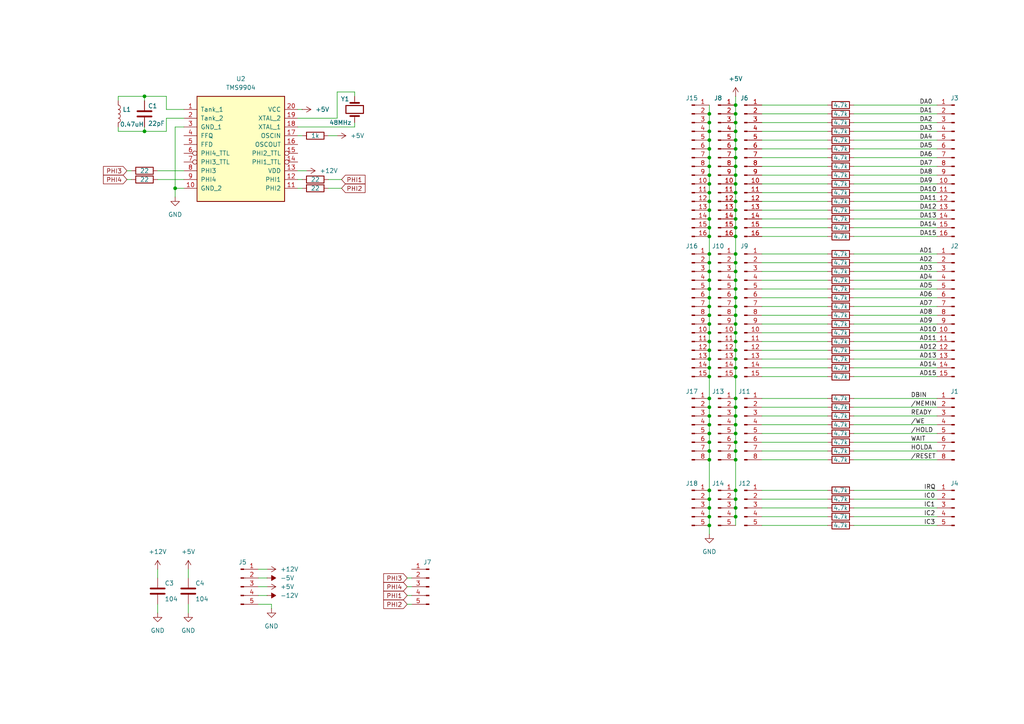
<source format=kicad_sch>
(kicad_sch (version 20250114) (generator "eeschema") (generator_version "9.0")
  (paper "A4")
  (lib_symbols
    (symbol "Connector:Conn_01x05_Pin" (pin_names (offset 1.016) (hide yes))
      (property "Reference" "J" (at 0 7.62 0))
      (property "Value" "Conn_01x05_Pin" (at 0 -7.62 0))
      (symbol "Conn_01x05_Pin_1_1"
        (pin passive line (at 5.08 5.08 180) (length 3.81) (name "Pin_1") (number "1"))
        (pin passive line (at 5.08 2.54 180) (length 3.81) (name "Pin_2") (number "2"))
        (pin passive line (at 5.08 0 180) (length 3.81) (name "Pin_3") (number "3"))
        (pin passive line (at 5.08 -2.54 180) (length 3.81) (name "Pin_4") (number "4"))
        (pin passive line (at 5.08 -5.08 180) (length 3.81) (name "Pin_5") (number "5"))
      )
    )
    (symbol "Connector:Conn_01x08_Pin" (pin_names (offset 1.016) (hide yes))
      (property "Reference" "J" (at 0 10.16 0))
      (property "Value" "Conn_01x08_Pin" (at 0 -12.7 0))
      (symbol "Conn_01x08_Pin_1_1"
        (pin passive line (at 5.08 7.62 180) (length 3.81) (name "Pin_1") (number "1"))
        (pin passive line (at 5.08 5.08 180) (length 3.81) (name "Pin_2") (number "2"))
        (pin passive line (at 5.08 2.54 180) (length 3.81) (name "Pin_3") (number "3"))
        (pin passive line (at 5.08 0 180) (length 3.81) (name "Pin_4") (number "4"))
        (pin passive line (at 5.08 -2.54 180) (length 3.81) (name "Pin_5") (number "5"))
        (pin passive line (at 5.08 -5.08 180) (length 3.81) (name "Pin_6") (number "6"))
        (pin passive line (at 5.08 -7.62 180) (length 3.81) (name "Pin_7") (number "7"))
        (pin passive line (at 5.08 -10.16 180) (length 3.81) (name "Pin_8") (number "8"))
      )
    )
    (symbol "Connector:Conn_01x15_Pin" (pin_names (offset 1.016) (hide yes))
      (property "Reference" "J" (at 0 20.32 0))
      (property "Value" "Conn_01x15_Pin" (at 0 -20.32 0))
      (symbol "Conn_01x15_Pin_1_1"
        (pin passive line (at 5.08 17.78 180) (length 3.81) (name "Pin_1") (number "1"))
        (pin passive line (at 5.08 15.24 180) (length 3.81) (name "Pin_2") (number "2"))
        (pin passive line (at 5.08 12.7 180) (length 3.81) (name "Pin_3") (number "3"))
        (pin passive line (at 5.08 10.16 180) (length 3.81) (name "Pin_4") (number "4"))
        (pin passive line (at 5.08 7.62 180) (length 3.81) (name "Pin_5") (number "5"))
        (pin passive line (at 5.08 5.08 180) (length 3.81) (name "Pin_6") (number "6"))
        (pin passive line (at 5.08 2.54 180) (length 3.81) (name "Pin_7") (number "7"))
        (pin passive line (at 5.08 0 180) (length 3.81) (name "Pin_8") (number "8"))
        (pin passive line (at 5.08 -2.54 180) (length 3.81) (name "Pin_9") (number "9"))
        (pin passive line (at 5.08 -5.08 180) (length 3.81) (name "Pin_10") (number "10"))
        (pin passive line (at 5.08 -7.62 180) (length 3.81) (name "Pin_11") (number "11"))
        (pin passive line (at 5.08 -10.16 180) (length 3.81) (name "Pin_12") (number "12"))
        (pin passive line (at 5.08 -12.7 180) (length 3.81) (name "Pin_13") (number "13"))
        (pin passive line (at 5.08 -15.24 180) (length 3.81) (name "Pin_14") (number "14"))
        (pin passive line (at 5.08 -17.78 180) (length 3.81) (name "Pin_15") (number "15"))
      )
    )
    (symbol "Connector:Conn_01x16_Pin" (pin_names (offset 1.016) (hide yes))
      (property "Reference" "J" (at 0 20.32 0))
      (property "Value" "Conn_01x16_Pin" (at 0 -22.86 0))
      (symbol "Conn_01x16_Pin_1_1"
        (pin passive line (at 5.08 17.78 180) (length 3.81) (name "Pin_1") (number "1"))
        (pin passive line (at 5.08 15.24 180) (length 3.81) (name "Pin_2") (number "2"))
        (pin passive line (at 5.08 12.7 180) (length 3.81) (name "Pin_3") (number "3"))
        (pin passive line (at 5.08 10.16 180) (length 3.81) (name "Pin_4") (number "4"))
        (pin passive line (at 5.08 7.62 180) (length 3.81) (name "Pin_5") (number "5"))
        (pin passive line (at 5.08 5.08 180) (length 3.81) (name "Pin_6") (number "6"))
        (pin passive line (at 5.08 2.54 180) (length 3.81) (name "Pin_7") (number "7"))
        (pin passive line (at 5.08 0 180) (length 3.81) (name "Pin_8") (number "8"))
        (pin passive line (at 5.08 -2.54 180) (length 3.81) (name "Pin_9") (number "9"))
        (pin passive line (at 5.08 -5.08 180) (length 3.81) (name "Pin_10") (number "10"))
        (pin passive line (at 5.08 -7.62 180) (length 3.81) (name "Pin_11") (number "11"))
        (pin passive line (at 5.08 -10.16 180) (length 3.81) (name "Pin_12") (number "12"))
        (pin passive line (at 5.08 -12.7 180) (length 3.81) (name "Pin_13") (number "13"))
        (pin passive line (at 5.08 -15.24 180) (length 3.81) (name "Pin_14") (number "14"))
        (pin passive line (at 5.08 -17.78 180) (length 3.81) (name "Pin_15") (number "15"))
        (pin passive line (at 5.08 -20.32 180) (length 3.81) (name "Pin_16") (number "16"))
      )
    )
    (symbol "Device:C" (pin_numbers (hide yes)) (pin_names (offset 0.254))
      (property "Reference" "C" (at 0.635 2.54 0))
      (property "Value" "C" (at 0.635 -2.54 0))
      (symbol "C_1_1"
        (pin passive line (at 0 3.81 270) (length 2.794) (name "~") (number "1"))
        (pin passive line (at 0 -3.81 90) (length 2.794) (name "~") (number "2"))
      )
    )
    (symbol "Device:Crystal" (pin_numbers (hide yes)) (pin_names (offset 1.016) (hide yes))
      (property "Reference" "Y" (at 0 3.81 0))
      (property "Value" "Crystal" (at 0 -3.81 0))
      (symbol "Crystal_1_1"
        (pin passive line (at -3.81 0 0) (length 1.27) (name "1") (number "1"))
        (pin passive line (at 3.81 0 180) (length 1.27) (name "2") (number "2"))
      )
    )
    (symbol "Device:L" (pin_numbers (hide yes)) (pin_names (offset 1.016) (hide yes))
      (property "Reference" "L" (at -1.27 0 90))
      (property "Value" "L" (at 1.905 0 90))
      (symbol "L_1_1"
        (pin passive line (at 0 3.81 270) (length 1.27) (name "1") (number "1"))
        (pin passive line (at 0 -3.81 90) (length 1.27) (name "2") (number "2"))
      )
    )
    (symbol "Device:R" (pin_numbers (hide yes)) (pin_names (offset 0))
      (property "Reference" "R" (at 2.032 0 90))
      (property "Value" "R" (at 0 0 90))
      (symbol "R_1_1"
        (pin passive line (at 0 3.81 270) (length 1.27) (name "~") (number "1"))
        (pin passive line (at 0 -3.81 90) (length 1.27) (name "~") (number "2"))
      )
    )
    (symbol "User:TMS9904" (pin_names (offset 1.016))
      (property "Reference" "U" (at -12.192 66.294 0))
      (property "Value" "TMS9904" (at 4.064 66.294 0))
      (symbol "TMS9904_1_1"
        (pin input line (at -16.51 60.96 0) (length 3.81) (name "Tank_1") (number "1"))
        (pin input line (at -16.51 58.42 0) (length 3.81) (name "Tank_2") (number "2"))
        (pin power_in line (at -16.51 55.88 0) (length 3.81) (name "GND_1") (number "3"))
        (pin output line (at -16.51 53.34 0) (length 3.81) (name "FFQ") (number "4"))
        (pin input line (at -16.51 50.8 0) (length 3.81) (name "FFD") (number "5"))
        (pin output inverted (at -16.51 48.26 0) (length 3.81) (name "PHI4_TTL") (number "6"))
        (pin output inverted (at -16.51 45.72 0) (length 3.81) (name "PHI3_TTL") (number "7"))
        (pin output line (at -16.51 43.18 0) (length 3.81) (name "PHI3") (number "8"))
        (pin output line (at -16.51 40.64 0) (length 3.81) (name "PHI4") (number "9"))
        (pin power_in line (at -16.51 38.1 0) (length 3.81) (name "GND_2") (number "10"))
        (pin power_in line (at 16.51 60.96 180) (length 3.81) (name "VCC") (number "20"))
        (pin input line (at 16.51 58.42 180) (length 3.81) (name "XTAL_2") (number "19"))
        (pin input line (at 16.51 55.88 180) (length 3.81) (name "XTAL_1") (number "18"))
        (pin input line (at 16.51 53.34 180) (length 3.81) (name "OSCIN") (number "17"))
        (pin output line (at 16.51 50.8 180) (length 3.81) (name "OSCOUT") (number "16"))
        (pin output inverted (at 16.51 48.26 180) (length 3.81) (name "PHI2_TTL") (number "15"))
        (pin output inverted (at 16.51 45.72 180) (length 3.81) (name "PHI1_TTL") (number "14"))
        (pin power_in line (at 16.51 43.18 180) (length 3.81) (name "VDD") (number "13"))
        (pin output line (at 16.51 40.64 180) (length 3.81) (name "PHI1") (number "12"))
        (pin output line (at 16.51 38.1 180) (length 3.81) (name "PHI2") (number "11"))
      )
    )
    (symbol "power:+12V" (power) (pin_numbers (hide yes)) (pin_names (offset 0) (hide yes))
      (property "Value" "+12V" (at 0 3.556 0))
      (symbol "+12V_1_1"
        (pin power_in line (at 0 0 90) (length 0) (name "~") (number "1"))
      )
    )
    (symbol "power:+5V" (power) (pin_numbers (hide yes)) (pin_names (offset 0) (hide yes))
      (property "Value" "+5V" (at 0 3.556 0))
      (symbol "+5V_1_1"
        (pin power_in line (at 0 0 90) (length 0) (name "~") (number "1"))
      )
    )
    (symbol "power:-12V" (power) (pin_numbers (hide yes)) (pin_names (offset 0) (hide yes))
      (property "Value" "-12V" (at 0 3.556 0))
      (symbol "-12V_0_0"
        (pin power_in line (at 0 0 90) (length 0) (name "~") (number "1"))
      )
    )
    (symbol "power:-5V" (power) (pin_numbers (hide yes)) (pin_names (offset 0) (hide yes))
      (property "Value" "-5V" (at 0 3.556 0))
      (symbol "-5V_0_0"
        (pin power_in line (at 0 0 90) (length 0) (name "~") (number "1"))
      )
    )
    (symbol "power:GND" (power) (pin_numbers (hide yes)) (pin_names (offset 0) (hide yes))
      (property "Value" "GND" (at 0 -3.81 0))
      (symbol "GND_1_1"
        (pin power_in line (at 0 0 270) (length 0) (name "~") (number "1"))
      )
    )
  )
  (junction (at 213.36 93.98))
  (junction (at 205.74 53.34))
  (junction (at 213.36 106.68))
  (junction (at 205.74 73.66))
  (junction (at 213.36 30.48))
  (junction (at 205.74 118.11))
  (junction (at 205.74 66.04))
  (junction (at 213.36 109.22))
  (junction (at 213.36 133.35))
  (junction (at 213.36 86.36))
  (junction (at 213.36 118.11))
  (junction (at 205.74 78.74))
  (junction (at 205.74 50.8))
  (junction (at 213.36 40.64))
  (junction (at 213.36 63.5))
  (junction (at 213.36 142.24))
  (junction (at 213.36 50.8))
  (junction (at 205.74 81.28))
  (junction (at 205.74 45.72))
  (junction (at 205.74 86.36))
  (junction (at 213.36 48.26))
  (junction (at 205.74 149.86))
  (junction (at 213.36 83.82))
  (junction (at 213.36 144.78))
  (junction (at 205.74 55.88))
  (junction (at 205.74 130.81))
  (junction (at 213.36 147.32))
  (junction (at 205.74 123.19))
  (junction (at 205.74 109.22))
  (junction (at 213.36 38.1))
  (junction (at 41.91 27.94))
  (junction (at 205.74 35.56))
  (junction (at 41.91 38.1))
  (junction (at 205.74 38.1))
  (junction (at 205.74 88.9))
  (junction (at 205.74 83.82))
  (junction (at 213.36 120.65))
  (junction (at 205.74 106.68))
  (junction (at 213.36 33.02))
  (junction (at 205.74 68.58))
  (junction (at 205.74 133.35))
  (junction (at 205.74 33.02))
  (junction (at 213.36 130.81))
  (junction (at 205.74 120.65))
  (junction (at 213.36 123.19))
  (junction (at 213.36 88.9))
  (junction (at 213.36 78.74))
  (junction (at 205.74 147.32))
  (junction (at 213.36 128.27))
  (junction (at 213.36 99.06))
  (junction (at 205.74 76.2))
  (junction (at 213.36 55.88))
  (junction (at 205.74 144.78))
  (junction (at 50.8 54.61))
  (junction (at 205.74 58.42))
  (junction (at 213.36 68.58))
  (junction (at 213.36 43.18))
  (junction (at 213.36 58.42))
  (junction (at 213.36 81.28))
  (junction (at 213.36 104.14))
  (junction (at 205.74 96.52))
  (junction (at 213.36 53.34))
  (junction (at 205.74 99.06))
  (junction (at 205.74 142.24))
  (junction (at 213.36 115.57))
  (junction (at 213.36 149.86))
  (junction (at 213.36 35.56))
  (junction (at 205.74 91.44))
  (junction (at 213.36 125.73))
  (junction (at 213.36 66.04))
  (junction (at 205.74 101.6))
  (junction (at 205.74 125.73))
  (junction (at 213.36 76.2))
  (junction (at 205.74 40.64))
  (junction (at 205.74 152.4))
  (junction (at 205.74 128.27))
  (junction (at 205.74 63.5))
  (junction (at 205.74 48.26))
  (junction (at 213.36 101.6))
  (junction (at 205.74 60.96))
  (junction (at 213.36 96.52))
  (junction (at 213.36 45.72))
  (junction (at 205.74 115.57))
  (junction (at 205.74 43.18))
  (junction (at 213.36 73.66))
  (junction (at 213.36 91.44))
  (junction (at 213.36 60.96))
  (junction (at 205.74 93.98))
  (junction (at 205.74 104.14))
  (wire (pts (xy 213.36 60.96) (xy 213.36 63.5)))
  (wire (pts (xy 213.36 86.36) (xy 213.36 88.9)))
  (wire (pts (xy 205.74 149.86) (xy 205.74 152.4)))
  (wire (pts (xy 247.65 73.66) (xy 271.78 73.66)))
  (wire (pts (xy 220.98 104.14) (xy 240.03 104.14)))
  (wire (pts (xy 247.65 123.19) (xy 271.78 123.19)))
  (wire (pts (xy 247.65 43.18) (xy 271.78 43.18)))
  (wire (pts (xy 213.36 53.34) (xy 213.36 55.88)))
  (wire (pts (xy 99.06 54.61) (xy 95.25 54.61)))
  (wire (pts (xy 41.91 38.1) (xy 41.91 36.83)))
  (wire (pts (xy 205.74 81.28) (xy 205.74 83.82)))
  (wire (pts (xy 220.98 149.86) (xy 240.03 149.86)))
  (wire (pts (xy 213.36 68.58) (xy 213.36 73.66)))
  (wire (pts (xy 205.74 73.66) (xy 205.74 76.2)))
  (wire (pts (xy 220.98 43.18) (xy 240.03 43.18)))
  (wire (pts (xy 213.36 133.35) (xy 213.36 142.24)))
  (wire (pts (xy 247.65 33.02) (xy 271.78 33.02)))
  (wire (pts (xy 86.36 49.53) (xy 88.9 49.53)))
  (wire (pts (xy 41.91 27.94) (xy 34.29 27.94)))
  (wire (pts (xy 54.61 165.1) (xy 54.61 167.64)))
  (wire (pts (xy 50.8 36.83) (xy 50.8 54.61)))
  (wire (pts (xy 118.11 175.26) (xy 119.38 175.26)))
  (wire (pts (xy 54.61 175.26) (xy 54.61 177.8)))
  (wire (pts (xy 48.26 27.94) (xy 41.91 27.94)))
  (wire (pts (xy 205.74 96.52) (xy 205.74 99.06)))
  (wire (pts (xy 95.25 39.37) (xy 97.79 39.37)))
  (wire (pts (xy 74.93 172.72) (xy 77.47 172.72)))
  (wire (pts (xy 45.72 165.1) (xy 45.72 167.64)))
  (wire (pts (xy 220.98 55.88) (xy 240.03 55.88)))
  (wire (pts (xy 205.74 83.82) (xy 205.74 86.36)))
  (wire (pts (xy 205.74 50.8) (xy 205.74 53.34)))
  (wire (pts (xy 220.98 120.65) (xy 240.03 120.65)))
  (wire (pts (xy 87.63 31.75) (xy 86.36 31.75)))
  (wire (pts (xy 220.98 101.6) (xy 240.03 101.6)))
  (wire (pts (xy 50.8 54.61) (xy 53.34 54.61)))
  (wire (pts (xy 247.65 96.52) (xy 271.78 96.52)))
  (wire (pts (xy 213.36 128.27) (xy 213.36 130.81)))
  (wire (pts (xy 271.78 144.78) (xy 247.65 144.78)))
  (wire (pts (xy 213.36 149.86) (xy 213.36 152.4)))
  (wire (pts (xy 247.65 45.72) (xy 271.78 45.72)))
  (wire (pts (xy 247.65 88.9) (xy 271.78 88.9)))
  (wire (pts (xy 86.36 39.37) (xy 87.63 39.37)))
  (wire (pts (xy 213.36 130.81) (xy 213.36 133.35)))
  (wire (pts (xy 205.74 106.68) (xy 205.74 109.22)))
  (wire (pts (xy 220.98 48.26) (xy 240.03 48.26)))
  (wire (pts (xy 213.36 45.72) (xy 213.36 48.26)))
  (wire (pts (xy 74.93 165.1) (xy 77.47 165.1)))
  (wire (pts (xy 247.65 130.81) (xy 271.78 130.81)))
  (wire (pts (xy 45.72 49.53) (xy 53.34 49.53)))
  (wire (pts (xy 78.74 176.53) (xy 78.74 175.26)))
  (wire (pts (xy 220.98 133.35) (xy 240.03 133.35)))
  (wire (pts (xy 78.74 175.26) (xy 74.93 175.26)))
  (wire (pts (xy 213.36 35.56) (xy 213.36 38.1)))
  (wire (pts (xy 220.98 91.44) (xy 240.03 91.44)))
  (wire (pts (xy 247.65 76.2) (xy 271.78 76.2)))
  (wire (pts (xy 220.98 109.22) (xy 240.03 109.22)))
  (wire (pts (xy 247.65 115.57) (xy 271.78 115.57)))
  (wire (pts (xy 247.65 133.35) (xy 271.78 133.35)))
  (wire (pts (xy 220.98 93.98) (xy 240.03 93.98)))
  (wire (pts (xy 271.78 125.73) (xy 247.65 125.73)))
  (wire (pts (xy 205.74 99.06) (xy 205.74 101.6)))
  (wire (pts (xy 220.98 33.02) (xy 240.03 33.02)))
  (wire (pts (xy 213.36 33.02) (xy 213.36 35.56)))
  (wire (pts (xy 247.65 78.74) (xy 271.78 78.74)))
  (wire (pts (xy 247.65 93.98) (xy 271.78 93.98)))
  (wire (pts (xy 213.36 147.32) (xy 213.36 149.86)))
  (wire (pts (xy 205.74 144.78) (xy 205.74 147.32)))
  (wire (pts (xy 34.29 27.94) (xy 34.29 29.21)))
  (wire (pts (xy 213.36 104.14) (xy 213.36 106.68)))
  (wire (pts (xy 247.65 101.6) (xy 271.78 101.6)))
  (wire (pts (xy 205.74 130.81) (xy 205.74 133.35)))
  (wire (pts (xy 213.36 81.28) (xy 213.36 83.82)))
  (wire (pts (xy 102.87 36.83) (xy 102.87 35.56)))
  (wire (pts (xy 247.65 91.44) (xy 271.78 91.44)))
  (wire (pts (xy 205.74 38.1) (xy 205.74 40.64)))
  (wire (pts (xy 247.65 109.22) (xy 271.78 109.22)))
  (wire (pts (xy 213.36 48.26) (xy 213.36 50.8)))
  (wire (pts (xy 247.65 63.5) (xy 271.78 63.5)))
  (wire (pts (xy 53.34 34.29) (xy 48.26 34.29)))
  (wire (pts (xy 36.83 49.53) (xy 38.1 49.53)))
  (wire (pts (xy 213.36 91.44) (xy 213.36 93.98)))
  (wire (pts (xy 220.98 142.24) (xy 240.03 142.24)))
  (wire (pts (xy 220.98 128.27) (xy 240.03 128.27)))
  (wire (pts (xy 247.65 35.56) (xy 271.78 35.56)))
  (wire (pts (xy 213.36 40.64) (xy 213.36 43.18)))
  (wire (pts (xy 220.98 38.1) (xy 240.03 38.1)))
  (wire (pts (xy 247.65 50.8) (xy 271.78 50.8)))
  (wire (pts (xy 53.34 36.83) (xy 50.8 36.83)))
  (wire (pts (xy 247.65 142.24) (xy 271.78 142.24)))
  (wire (pts (xy 205.74 55.88) (xy 205.74 58.42)))
  (wire (pts (xy 118.11 170.18) (xy 119.38 170.18)))
  (wire (pts (xy 213.36 99.06) (xy 213.36 101.6)))
  (wire (pts (xy 205.74 123.19) (xy 205.74 125.73)))
  (wire (pts (xy 213.36 63.5) (xy 213.36 66.04)))
  (wire (pts (xy 247.65 118.11) (xy 271.78 118.11)))
  (wire (pts (xy 213.36 101.6) (xy 213.36 104.14)))
  (wire (pts (xy 53.34 31.75) (xy 48.26 31.75)))
  (wire (pts (xy 247.65 53.34) (xy 271.78 53.34)))
  (wire (pts (xy 48.26 34.29) (xy 48.26 38.1)))
  (wire (pts (xy 205.74 91.44) (xy 205.74 93.98)))
  (wire (pts (xy 247.65 40.64) (xy 271.78 40.64)))
  (wire (pts (xy 213.36 30.48) (xy 213.36 33.02)))
  (wire (pts (xy 247.65 66.04) (xy 271.78 66.04)))
  (wire (pts (xy 247.65 83.82) (xy 271.78 83.82)))
  (wire (pts (xy 205.74 45.72) (xy 205.74 48.26)))
  (wire (pts (xy 205.74 35.56) (xy 205.74 38.1)))
  (wire (pts (xy 48.26 38.1) (xy 41.91 38.1)))
  (wire (pts (xy 220.98 115.57) (xy 240.03 115.57)))
  (wire (pts (xy 220.98 53.34) (xy 240.03 53.34)))
  (wire (pts (xy 220.98 144.78) (xy 240.03 144.78)))
  (wire (pts (xy 247.65 60.96) (xy 271.78 60.96)))
  (wire (pts (xy 50.8 54.61) (xy 50.8 57.15)))
  (wire (pts (xy 205.74 76.2) (xy 205.74 78.74)))
  (wire (pts (xy 220.98 76.2) (xy 240.03 76.2)))
  (wire (pts (xy 220.98 50.8) (xy 240.03 50.8)))
  (wire (pts (xy 213.36 109.22) (xy 213.36 115.57)))
  (wire (pts (xy 205.74 88.9) (xy 205.74 91.44)))
  (wire (pts (xy 271.78 149.86) (xy 247.65 149.86)))
  (wire (pts (xy 247.65 68.58) (xy 271.78 68.58)))
  (wire (pts (xy 118.11 172.72) (xy 119.38 172.72)))
  (wire (pts (xy 48.26 31.75) (xy 48.26 27.94)))
  (wire (pts (xy 205.74 43.18) (xy 205.74 45.72)))
  (wire (pts (xy 86.36 52.07) (xy 87.63 52.07)))
  (wire (pts (xy 247.65 99.06) (xy 271.78 99.06)))
  (wire (pts (xy 220.98 125.73) (xy 240.03 125.73)))
  (wire (pts (xy 205.74 78.74) (xy 205.74 81.28)))
  (wire (pts (xy 220.98 45.72) (xy 240.03 45.72)))
  (wire (pts (xy 247.65 58.42) (xy 271.78 58.42)))
  (wire (pts (xy 247.65 30.48) (xy 271.78 30.48)))
  (wire (pts (xy 205.74 40.64) (xy 205.74 43.18)))
  (wire (pts (xy 213.36 142.24) (xy 213.36 144.78)))
  (wire (pts (xy 220.98 118.11) (xy 240.03 118.11)))
  (wire (pts (xy 247.65 106.68) (xy 271.78 106.68)))
  (wire (pts (xy 53.34 52.07) (xy 45.72 52.07)))
  (wire (pts (xy 220.98 30.48) (xy 240.03 30.48)))
  (wire (pts (xy 205.74 104.14) (xy 205.74 106.68)))
  (wire (pts (xy 247.65 48.26) (xy 271.78 48.26)))
  (wire (pts (xy 213.36 73.66) (xy 213.36 76.2)))
  (wire (pts (xy 220.98 83.82) (xy 240.03 83.82)))
  (wire (pts (xy 220.98 58.42) (xy 240.03 58.42)))
  (wire (pts (xy 74.93 167.64) (xy 77.47 167.64)))
  (wire (pts (xy 102.87 27.94) (xy 102.87 26.67)))
  (wire (pts (xy 205.74 125.73) (xy 205.74 128.27)))
  (wire (pts (xy 220.98 73.66) (xy 240.03 73.66)))
  (wire (pts (xy 213.36 58.42) (xy 213.36 60.96)))
  (wire (pts (xy 220.98 88.9) (xy 240.03 88.9)))
  (wire (pts (xy 247.65 81.28) (xy 271.78 81.28)))
  (wire (pts (xy 271.78 120.65) (xy 247.65 120.65)))
  (wire (pts (xy 213.36 93.98) (xy 213.36 96.52)))
  (wire (pts (xy 220.98 96.52) (xy 240.03 96.52)))
  (wire (pts (xy 74.93 170.18) (xy 77.47 170.18)))
  (wire (pts (xy 213.36 38.1) (xy 213.36 40.64)))
  (wire (pts (xy 213.36 66.04) (xy 213.36 68.58)))
  (wire (pts (xy 205.74 133.35) (xy 205.74 142.24)))
  (wire (pts (xy 213.36 78.74) (xy 213.36 81.28)))
  (wire (pts (xy 97.79 26.67) (xy 97.79 34.29)))
  (wire (pts (xy 220.98 66.04) (xy 240.03 66.04)))
  (wire (pts (xy 205.74 118.11) (xy 205.74 120.65)))
  (wire (pts (xy 213.36 125.73) (xy 213.36 128.27)))
  (wire (pts (xy 220.98 35.56) (xy 240.03 35.56)))
  (wire (pts (xy 220.98 106.68) (xy 240.03 106.68)))
  (wire (pts (xy 213.36 27.94) (xy 213.36 30.48)))
  (wire (pts (xy 99.06 52.07) (xy 95.25 52.07)))
  (wire (pts (xy 247.65 55.88) (xy 271.78 55.88)))
  (wire (pts (xy 205.74 86.36) (xy 205.74 88.9)))
  (wire (pts (xy 205.74 120.65) (xy 205.74 123.19)))
  (wire (pts (xy 213.36 118.11) (xy 213.36 120.65)))
  (wire (pts (xy 220.98 68.58) (xy 240.03 68.58)))
  (wire (pts (xy 213.36 83.82) (xy 213.36 86.36)))
  (wire (pts (xy 205.74 60.96) (xy 205.74 63.5)))
  (wire (pts (xy 205.74 93.98) (xy 205.74 96.52)))
  (wire (pts (xy 205.74 101.6) (xy 205.74 104.14)))
  (wire (pts (xy 205.74 33.02) (xy 205.74 35.56)))
  (wire (pts (xy 220.98 86.36) (xy 240.03 86.36)))
  (wire (pts (xy 213.36 43.18) (xy 213.36 45.72)))
  (wire (pts (xy 213.36 96.52) (xy 213.36 99.06)))
  (wire (pts (xy 86.36 34.29) (xy 97.79 34.29)))
  (wire (pts (xy 205.74 30.48) (xy 205.74 33.02)))
  (wire (pts (xy 205.74 142.24) (xy 205.74 144.78)))
  (wire (pts (xy 247.65 104.14) (xy 271.78 104.14)))
  (wire (pts (xy 220.98 99.06) (xy 240.03 99.06)))
  (wire (pts (xy 205.74 152.4) (xy 205.74 154.94)))
  (wire (pts (xy 205.74 63.5) (xy 205.74 66.04)))
  (wire (pts (xy 247.65 86.36) (xy 271.78 86.36)))
  (wire (pts (xy 213.36 144.78) (xy 213.36 147.32)))
  (wire (pts (xy 271.78 147.32) (xy 247.65 147.32)))
  (wire (pts (xy 205.74 48.26) (xy 205.74 50.8)))
  (wire (pts (xy 205.74 109.22) (xy 205.74 115.57)))
  (wire (pts (xy 205.74 68.58) (xy 205.74 73.66)))
  (wire (pts (xy 205.74 53.34) (xy 205.74 55.88)))
  (wire (pts (xy 41.91 29.21) (xy 41.91 27.94)))
  (wire (pts (xy 213.36 76.2) (xy 213.36 78.74)))
  (wire (pts (xy 205.74 66.04) (xy 205.74 68.58)))
  (wire (pts (xy 213.36 123.19) (xy 213.36 125.73)))
  (wire (pts (xy 205.74 115.57) (xy 205.74 118.11)))
  (wire (pts (xy 102.87 26.67) (xy 97.79 26.67)))
  (wire (pts (xy 271.78 152.4) (xy 247.65 152.4)))
  (wire (pts (xy 220.98 123.19) (xy 240.03 123.19)))
  (wire (pts (xy 213.36 88.9) (xy 213.36 91.44)))
  (wire (pts (xy 220.98 60.96) (xy 240.03 60.96)))
  (wire (pts (xy 205.74 58.42) (xy 205.74 60.96)))
  (wire (pts (xy 205.74 128.27) (xy 205.74 130.81)))
  (wire (pts (xy 213.36 55.88) (xy 213.36 58.42)))
  (wire (pts (xy 247.65 128.27) (xy 271.78 128.27)))
  (wire (pts (xy 86.36 36.83) (xy 102.87 36.83)))
  (wire (pts (xy 34.29 36.83) (xy 34.29 38.1)))
  (wire (pts (xy 213.36 50.8) (xy 213.36 53.34)))
  (wire (pts (xy 247.65 38.1) (xy 271.78 38.1)))
  (wire (pts (xy 213.36 120.65) (xy 213.36 123.19)))
  (wire (pts (xy 205.74 147.32) (xy 205.74 149.86)))
  (wire (pts (xy 45.72 175.26) (xy 45.72 177.8)))
  (wire (pts (xy 213.36 115.57) (xy 213.36 118.11)))
  (wire (pts (xy 220.98 81.28) (xy 240.03 81.28)))
  (wire (pts (xy 36.83 52.07) (xy 38.1 52.07)))
  (wire (pts (xy 34.29 38.1) (xy 41.91 38.1)))
  (wire (pts (xy 220.98 40.64) (xy 240.03 40.64)))
  (wire (pts (xy 213.36 106.68) (xy 213.36 109.22)))
  (wire (pts (xy 86.36 54.61) (xy 87.63 54.61)))
  (wire (pts (xy 220.98 130.81) (xy 240.03 130.81)))
  (wire (pts (xy 220.98 152.4) (xy 240.03 152.4)))
  (wire (pts (xy 220.98 63.5) (xy 240.03 63.5)))
  (wire (pts (xy 220.98 147.32) (xy 240.03 147.32)))
  (wire (pts (xy 220.98 78.74) (xy 240.03 78.74)))
  (wire (pts (xy 118.11 167.64) (xy 119.38 167.64)))
  (label "DA1" (at 266.7 33.02 0))
  (label "AD14" (at 266.7 106.68 0))
  (label "{slash}MEMIN" (at 264.16 118.11 0))
  (label "AD9" (at 266.7 93.98 0))
  (label "HOLDA" (at 264.16 130.81 0))
  (label "IC1" (at 267.97 147.32 0))
  (label "DA14" (at 266.7 66.04 0))
  (label "AD5" (at 266.7 83.82 0))
  (label "DA12" (at 266.7 60.96 0))
  (label "AD11" (at 266.7 99.06 0))
  (label "{slash}RESET" (at 264.16 133.35 0))
  (label "DA2" (at 266.7 35.56 0))
  (label "AD10" (at 266.7 96.52 0))
  (label "{slash}HOLD" (at 264.16 125.73 0))
  (label "DA8" (at 266.7 50.8 0))
  (label "DA0" (at 266.7 30.48 0))
  (label "AD13" (at 266.7 104.14 0))
  (label "AD3" (at 266.7 78.74 0))
  (label "IRQ" (at 267.97 142.24 0))
  (label "IC0" (at 267.97 144.78 0))
  (label "AD7" (at 266.7 88.9 0))
  (label "AD8" (at 266.7 91.44 0))
  (label "DA9" (at 266.7 53.34 0))
  (label "AD12" (at 266.7 101.6 0))
  (label "DA15" (at 266.7 68.58 0))
  (label "READY" (at 264.16 120.65 0))
  (label "AD15" (at 266.7 109.22 0))
  (label "DA10" (at 266.7 55.88 0))
  (label "AD2" (at 266.7 76.2 0))
  (label "DA13" (at 266.7 63.5 0))
  (label "WAIT" (at 264.16 128.27 0))
  (label "IC2" (at 267.97 149.86 0))
  (label "DA5" (at 266.7 43.18 0))
  (label "DA6" (at 266.7 45.72 0))
  (label "IC3" (at 267.97 152.4 0))
  (label "DA3" (at 266.7 38.1 0))
  (label "{slash}WE" (at 264.16 123.19 0))
  (label "AD4" (at 266.7 81.28 0))
  (label "DA11" (at 266.7 58.42 0))
  (label "DBIN" (at 264.16 115.57 0))
  (label "AD6" (at 266.7 86.36 0))
  (label "DA7" (at 266.7 48.26 0))
  (label "DA4" (at 266.7 40.64 0))
  (label "AD1" (at 266.7 73.66 0))
  (global_label "PHI4" (shape input) (at 118.11 170.18 180) (property "Intersheetrefs" "${INTERSHEET_REFS}" (effects (hide yes))))
  (global_label "PHI3" (shape input) (at 118.11 167.64 180) (property "Intersheetrefs" "${INTERSHEET_REFS}" (effects (hide yes))))
  (global_label "PHI1" (shape input) (at 118.11 172.72 180) (property "Intersheetrefs" "${INTERSHEET_REFS}" (effects (hide yes))))
  (global_label "PHI3" (shape input) (at 36.83 49.53 180) (property "Intersheetrefs" "${INTERSHEET_REFS}" (effects (hide yes))))
  (global_label "PHI2" (shape input) (at 99.06 54.61 0) (property "Intersheetrefs" "${INTERSHEET_REFS}" (effects (hide yes))))
  (global_label "PHI2" (shape input) (at 118.11 175.26 180) (property "Intersheetrefs" "${INTERSHEET_REFS}" (effects (hide yes))))
  (global_label "PHI1" (shape input) (at 99.06 52.07 0) (property "Intersheetrefs" "${INTERSHEET_REFS}" (effects (hide yes))))
  (global_label "PHI4" (shape input) (at 36.83 52.07 180) (property "Intersheetrefs" "${INTERSHEET_REFS}" (effects (hide yes))))
  (symbol (lib_id "Device:R") (at 243.84 86.36 270) (unit 1)
    (property "Reference" "R33" (effects (hide yes)))
    (property "Value" "4.7k" (at 243.84 86.36 90))
    (property "Footprint" "Resistor_THT:R_Axial_DIN0207_L6.3mm_D2.5mm_P10.16mm_Horizontal" (effects (hide yes)))
    (property "Description" "Resistor" (effects (hide yes)))
  )
  (symbol (lib_id "Connector:Conn_01x05_Pin") (at 215.9 147.32 0) (unit 1)
    (property "Reference" "J12" (at 215.9 140.208 0))
    (property "Value" "Conn_01x05_Pin" (effects (hide yes)))
    (property "Footprint" "Connector_PinHeader_2.54mm:PinHeader_1x05_P2.54mm_Vertical" (effects (hide yes)))
    (property "Description" "Generic connector, single row, 01x05, script generated" (effects (hide yes)))
  )
  (symbol (lib_id "Device:R") (at 91.44 39.37 90) (unit 1)
    (property "Reference" "R7" (effects (hide yes)))
    (property "Value" "1k" (at 91.44 39.37 90))
    (property "Footprint" "Resistor_THT:R_Axial_DIN0207_L6.3mm_D2.5mm_P10.16mm_Horizontal" (effects (hide yes)))
    (property "Description" "Resistor" (effects (hide yes)))
  )
  (symbol (lib_id "Connector:Conn_01x15_Pin") (at 276.86 91.44 0) (mirror y) (unit 1)
    (property "Reference" "J2" (at 276.86 71.374 0))
    (property "Value" "Conn_01x15_Pin" (effects (hide yes)))
    (property "Footprint" "Connector_PinHeader_2.54mm:PinHeader_1x15_P2.54mm_Vertical" (effects (hide yes)))
    (property "Description" "Generic connector, single row, 01x15, script generated" (effects (hide yes)))
  )
  (symbol (lib_id "Device:C") (at 54.61 171.45 0) (unit 1)
    (property "Reference" "C4" (at 56.642 169.164 0) (effects (justify left)))
    (property "Value" "104" (at 56.642 173.736 0) (effects (justify left)))
    (property "Footprint" "Capacitor_THT:C_Disc_D3.0mm_W2.0mm_P2.50mm" (effects (hide yes)))
    (property "Description" "Unpolarized capacitor" (effects (hide yes)))
  )
  (symbol (lib_id "Device:R") (at 243.84 152.4 270) (unit 1)
    (property "Reference" "R56" (effects (hide yes)))
    (property "Value" "4.7k" (at 243.84 152.4 90))
    (property "Footprint" "Resistor_THT:R_Axial_DIN0207_L6.3mm_D2.5mm_P10.16mm_Horizontal" (effects (hide yes)))
    (property "Description" "Resistor" (effects (hide yes)))
  )
  (symbol (lib_id "Device:R") (at 243.84 81.28 270) (unit 1)
    (property "Reference" "R31" (effects (hide yes)))
    (property "Value" "4.7k" (at 243.84 81.28 90))
    (property "Footprint" "Resistor_THT:R_Axial_DIN0207_L6.3mm_D2.5mm_P10.16mm_Horizontal" (effects (hide yes)))
    (property "Description" "Resistor" (effects (hide yes)))
  )
  (symbol (lib_id "Device:L") (at 34.29 33.02 0) (unit 1)
    (property "Reference" "L1" (at 35.56 31.7499 0) (effects (justify left)))
    (property "Value" "0.47uH" (at 34.798 36.068 0) (effects (justify left)))
    (property "Footprint" "Inductor_THT:L_Axial_L6.6mm_D2.7mm_P10.16mm_Horizontal_Vishay_IM-2" (effects (hide yes)))
    (property "Description" "Inductor" (effects (hide yes)))
  )
  (symbol (lib_id "power:+5V") (at 97.79 39.37 270) (unit 1)
    (property "Reference" "#PWR022" (effects (hide yes)))
    (property "Value" "+5V" (at 101.6 39.3701 90) (effects (justify left)))
    (property "Description" "Power symbol creates a global label with name \"+5V\"" (effects (hide yes)))
  )
  (symbol (lib_id "Connector:Conn_01x15_Pin") (at 200.66 91.44 0) (unit 1)
    (property "Reference" "J16" (at 200.66 71.374 0))
    (property "Value" "Conn_01x15_Pin" (effects (hide yes)))
    (property "Footprint" "Connector_PinHeader_2.54mm:PinHeader_1x15_P2.54mm_Vertical" (effects (hide yes)))
    (property "Description" "Generic connector, single row, 01x15, script generated" (effects (hide yes)))
  )
  (symbol (lib_id "Connector:Conn_01x05_Pin") (at 276.86 147.32 0) (mirror y) (unit 1)
    (property "Reference" "J4" (at 276.86 140.208 0))
    (property "Value" "Conn_01x05_Pin" (effects (hide yes)))
    (property "Footprint" "Connector_PinHeader_2.54mm:PinHeader_1x05_P2.54mm_Vertical" (effects (hide yes)))
    (property "Description" "Generic connector, single row, 01x05, script generated" (effects (hide yes)))
  )
  (symbol (lib_id "power:+12V") (at 77.47 165.1 270) (unit 1)
    (property "Reference" "#PWR08" (effects (hide yes)))
    (property "Value" "+12V" (at 81.28 165.0999 90) (effects (justify left)))
    (property "Description" "Power symbol creates a global label with name \"+12V\"" (effects (hide yes)))
  )
  (symbol (lib_id "Connector:Conn_01x16_Pin") (at 276.86 48.26 0) (mirror y) (unit 1)
    (property "Reference" "J3" (at 276.86 28.448 0))
    (property "Value" "Conn_01x16_Pin" (effects (hide yes)))
    (property "Footprint" "Connector_PinHeader_2.54mm:PinHeader_1x16_P2.54mm_Vertical" (effects (hide yes)))
    (property "Description" "Generic connector, single row, 01x16, script generated" (effects (hide yes)))
  )
  (symbol (lib_id "Device:R") (at 243.84 43.18 270) (unit 1)
    (property "Reference" "R18" (effects (hide yes)))
    (property "Value" "4.7k" (at 243.84 43.18 90))
    (property "Footprint" "Resistor_THT:R_Axial_DIN0207_L6.3mm_D2.5mm_P10.16mm_Horizontal" (effects (hide yes)))
    (property "Description" "Resistor" (effects (hide yes)))
  )
  (symbol (lib_id "Device:R") (at 243.84 128.27 270) (unit 1)
    (property "Reference" "R49" (effects (hide yes)))
    (property "Value" "4.7k" (at 243.84 128.27 90))
    (property "Footprint" "Resistor_THT:R_Axial_DIN0207_L6.3mm_D2.5mm_P10.16mm_Horizontal" (effects (hide yes)))
    (property "Description" "Resistor" (effects (hide yes)))
  )
  (symbol (lib_id "power:+5V") (at 87.63 31.75 270) (unit 1)
    (property "Reference" "#PWR018" (effects (hide yes)))
    (property "Value" "+5V" (at 91.44 31.7501 90) (effects (justify left)))
    (property "Description" "Power symbol creates a global label with name \"+5V\"" (effects (hide yes)))
  )
  (symbol (lib_id "Device:R") (at 243.84 149.86 270) (unit 1)
    (property "Reference" "R55" (effects (hide yes)))
    (property "Value" "4.7k" (at 243.84 149.86 90))
    (property "Footprint" "Resistor_THT:R_Axial_DIN0207_L6.3mm_D2.5mm_P10.16mm_Horizontal" (effects (hide yes)))
    (property "Description" "Resistor" (effects (hide yes)))
  )
  (symbol (lib_id "Device:R") (at 243.84 30.48 270) (unit 1)
    (property "Reference" "R13" (effects (hide yes)))
    (property "Value" "4.7k" (at 243.84 30.48 90))
    (property "Footprint" "Resistor_THT:R_Axial_DIN0207_L6.3mm_D2.5mm_P10.16mm_Horizontal" (effects (hide yes)))
    (property "Description" "Resistor" (effects (hide yes)))
  )
  (symbol (lib_id "power:+5V") (at 213.36 27.94 0) (unit 1)
    (property "Reference" "#PWR012" (effects (hide yes)))
    (property "Value" "+5V" (at 213.36 22.86 0))
    (property "Description" "Power symbol creates a global label with name \"+5V\"" (effects (hide yes)))
  )
  (symbol (lib_id "Device:R") (at 243.84 33.02 270) (unit 1)
    (property "Reference" "R14" (effects (hide yes)))
    (property "Value" "4.7k" (at 243.84 33.02 90))
    (property "Footprint" "Resistor_THT:R_Axial_DIN0207_L6.3mm_D2.5mm_P10.16mm_Horizontal" (effects (hide yes)))
    (property "Description" "Resistor" (effects (hide yes)))
  )
  (symbol (lib_id "Device:R") (at 243.84 101.6 270) (unit 1)
    (property "Reference" "R39" (effects (hide yes)))
    (property "Value" "4.7k" (at 243.84 101.6 90))
    (property "Footprint" "Resistor_THT:R_Axial_DIN0207_L6.3mm_D2.5mm_P10.16mm_Horizontal" (effects (hide yes)))
    (property "Description" "Resistor" (effects (hide yes)))
  )
  (symbol (lib_id "Connector:Conn_01x15_Pin") (at 215.9 91.44 0) (unit 1)
    (property "Reference" "J9" (at 215.9 71.374 0))
    (property "Value" "Conn_01x15_Pin" (effects (hide yes)))
    (property "Footprint" "Connector_PinHeader_2.54mm:PinHeader_1x15_P2.54mm_Vertical" (effects (hide yes)))
    (property "Description" "Generic connector, single row, 01x15, script generated" (effects (hide yes)))
  )
  (symbol (lib_id "Device:R") (at 243.84 115.57 270) (unit 1)
    (property "Reference" "R44" (effects (hide yes)))
    (property "Value" "4.7k" (at 243.84 115.57 90))
    (property "Footprint" "Resistor_THT:R_Axial_DIN0207_L6.3mm_D2.5mm_P10.16mm_Horizontal" (effects (hide yes)))
    (property "Description" "Resistor" (effects (hide yes)))
  )
  (symbol (lib_id "Device:Crystal") (at 102.87 31.75 90) (unit 1)
    (property "Reference" "Y1" (at 98.806 28.702 90) (effects (justify right)))
    (property "Value" "48MHz" (at 95.504 35.56 90) (effects (justify right)))
    (property "Footprint" "Crystal:Crystal_HC52-U_Vertical" (effects (hide yes)))
    (property "Description" "Two pin crystal" (effects (hide yes)))
  )
  (symbol (lib_id "power:GND") (at 78.74 176.53 0) (unit 1)
    (property "Reference" "#PWR010" (effects (hide yes)))
    (property "Value" "GND" (at 78.74 181.61 0))
    (property "Description" "Power symbol creates a global label with name \"GND\" , ground" (effects (hide yes)))
  )
  (symbol (lib_id "power:-5V") (at 77.47 167.64 270) (unit 1)
    (property "Reference" "#PWR06" (effects (hide yes)))
    (property "Value" "-5V" (at 81.28 167.6399 90) (effects (justify left)))
    (property "Description" "Power symbol creates a global label with name \"-5V\"" (effects (hide yes)))
  )
  (symbol (lib_id "Device:R") (at 243.84 91.44 270) (unit 1)
    (property "Reference" "R35" (effects (hide yes)))
    (property "Value" "4.7k" (at 243.84 91.44 90))
    (property "Footprint" "Resistor_THT:R_Axial_DIN0207_L6.3mm_D2.5mm_P10.16mm_Horizontal" (effects (hide yes)))
    (property "Description" "Resistor" (effects (hide yes)))
  )
  (symbol (lib_id "Device:R") (at 243.84 53.34 270) (unit 1)
    (property "Reference" "R22" (effects (hide yes)))
    (property "Value" "4.7k" (at 243.84 53.34 90))
    (property "Footprint" "Resistor_THT:R_Axial_DIN0207_L6.3mm_D2.5mm_P10.16mm_Horizontal" (effects (hide yes)))
    (property "Description" "Resistor" (effects (hide yes)))
  )
  (symbol (lib_id "Connector:Conn_01x05_Pin") (at 69.85 170.18 0) (unit 1)
    (property "Reference" "J5" (at 70.358 163.068 0))
    (property "Value" "Conn_01x05_Pin" (effects (hide yes)))
    (property "Footprint" "Connector_PinHeader_2.54mm:PinHeader_1x05_P2.54mm_Vertical" (effects (hide yes)))
    (property "Description" "Generic connector, single row, 01x05, script generated" (effects (hide yes)))
  )
  (symbol (lib_id "Device:R") (at 243.84 68.58 270) (unit 1)
    (property "Reference" "R43" (effects (hide yes)))
    (property "Value" "4.7k" (at 243.84 68.58 90))
    (property "Footprint" "Resistor_THT:R_Axial_DIN0207_L6.3mm_D2.5mm_P10.16mm_Horizontal" (effects (hide yes)))
    (property "Description" "Resistor" (effects (hide yes)))
  )
  (symbol (lib_id "Device:R") (at 243.84 76.2 270) (unit 1)
    (property "Reference" "R29" (effects (hide yes)))
    (property "Value" "4.7k" (at 243.84 76.2 90))
    (property "Footprint" "Resistor_THT:R_Axial_DIN0207_L6.3mm_D2.5mm_P10.16mm_Horizontal" (effects (hide yes)))
    (property "Description" "Resistor" (effects (hide yes)))
  )
  (symbol (lib_id "Device:C") (at 41.91 33.02 0) (unit 1)
    (property "Reference" "C1" (at 42.926 30.734 0) (effects (justify left)))
    (property "Value" "22pF" (at 42.926 35.814 0) (effects (justify left)))
    (property "Footprint" "Capacitor_THT:C_Disc_D3.0mm_W2.0mm_P2.50mm" (effects (hide yes)))
    (property "Description" "Unpolarized capacitor" (effects (hide yes)))
  )
  (symbol (lib_id "Device:R") (at 91.44 52.07 90) (unit 1)
    (property "Reference" "R3" (effects (hide yes)))
    (property "Value" "22" (at 91.44 52.07 90))
    (property "Footprint" "Resistor_THT:R_Axial_DIN0207_L6.3mm_D2.5mm_P10.16mm_Horizontal" (effects (hide yes)))
    (property "Description" "Resistor" (effects (hide yes)))
  )
  (symbol (lib_id "Device:R") (at 243.84 63.5 270) (unit 1)
    (property "Reference" "R26" (effects (hide yes)))
    (property "Value" "4.7k" (at 243.84 63.5 90))
    (property "Footprint" "Resistor_THT:R_Axial_DIN0207_L6.3mm_D2.5mm_P10.16mm_Horizontal" (effects (hide yes)))
    (property "Description" "Resistor" (effects (hide yes)))
  )
  (symbol (lib_id "Device:R") (at 243.84 83.82 270) (unit 1)
    (property "Reference" "R32" (effects (hide yes)))
    (property "Value" "4.7k" (at 243.84 83.82 90))
    (property "Footprint" "Resistor_THT:R_Axial_DIN0207_L6.3mm_D2.5mm_P10.16mm_Horizontal" (effects (hide yes)))
    (property "Description" "Resistor" (effects (hide yes)))
  )
  (symbol (lib_id "Connector:Conn_01x08_Pin") (at 276.86 123.19 0) (mirror y) (unit 1)
    (property "Reference" "J1" (at 276.86 113.538 0))
    (property "Value" "Conn_01x08_Pin" (effects (hide yes)))
    (property "Footprint" "Connector_PinHeader_2.54mm:PinHeader_1x08_P2.54mm_Vertical" (effects (hide yes)))
    (property "Description" "Generic connector, single row, 01x08, script generated" (effects (hide yes)))
  )
  (symbol (lib_id "Device:R") (at 243.84 66.04 270) (unit 1)
    (property "Reference" "R27" (effects (hide yes)))
    (property "Value" "4.7k" (at 243.84 66.04 90))
    (property "Footprint" "Resistor_THT:R_Axial_DIN0207_L6.3mm_D2.5mm_P10.16mm_Horizontal" (effects (hide yes)))
    (property "Description" "Resistor" (effects (hide yes)))
  )
  (symbol (lib_id "Device:R") (at 243.84 130.81 270) (unit 1)
    (property "Reference" "R50" (effects (hide yes)))
    (property "Value" "4.7k" (at 243.84 130.81 90))
    (property "Footprint" "Resistor_THT:R_Axial_DIN0207_L6.3mm_D2.5mm_P10.16mm_Horizontal" (effects (hide yes)))
    (property "Description" "Resistor" (effects (hide yes)))
  )
  (symbol (lib_id "Device:R") (at 243.84 38.1 270) (unit 1)
    (property "Reference" "R16" (effects (hide yes)))
    (property "Value" "4.7k" (at 243.84 38.1 90))
    (property "Footprint" "Resistor_THT:R_Axial_DIN0207_L6.3mm_D2.5mm_P10.16mm_Horizontal" (effects (hide yes)))
    (property "Description" "Resistor" (effects (hide yes)))
  )
  (symbol (lib_id "Device:R") (at 243.84 45.72 270) (unit 1)
    (property "Reference" "R19" (effects (hide yes)))
    (property "Value" "4.7k" (at 243.84 45.72 90))
    (property "Footprint" "Resistor_THT:R_Axial_DIN0207_L6.3mm_D2.5mm_P10.16mm_Horizontal" (effects (hide yes)))
    (property "Description" "Resistor" (effects (hide yes)))
  )
  (symbol (lib_id "Device:R") (at 243.84 104.14 270) (unit 1)
    (property "Reference" "R40" (effects (hide yes)))
    (property "Value" "4.7k" (at 243.84 104.14 90))
    (property "Footprint" "Resistor_THT:R_Axial_DIN0207_L6.3mm_D2.5mm_P10.16mm_Horizontal" (effects (hide yes)))
    (property "Description" "Resistor" (effects (hide yes)))
  )
  (symbol (lib_id "Device:R") (at 243.84 40.64 270) (unit 1)
    (property "Reference" "R17" (effects (hide yes)))
    (property "Value" "4.7k" (at 243.84 40.64 90))
    (property "Footprint" "Resistor_THT:R_Axial_DIN0207_L6.3mm_D2.5mm_P10.16mm_Horizontal" (effects (hide yes)))
    (property "Description" "Resistor" (effects (hide yes)))
  )
  (symbol (lib_id "Device:R") (at 41.91 49.53 90) (unit 1)
    (property "Reference" "R6" (effects (hide yes)))
    (property "Value" "22" (at 41.91 49.53 90))
    (property "Footprint" "Resistor_THT:R_Axial_DIN0207_L6.3mm_D2.5mm_P10.16mm_Horizontal" (effects (hide yes)))
    (property "Description" "Resistor" (effects (hide yes)))
  )
  (symbol (lib_id "Device:R") (at 91.44 54.61 90) (unit 1)
    (property "Reference" "R4" (effects (hide yes)))
    (property "Value" "22" (at 91.44 54.61 90))
    (property "Footprint" "Resistor_THT:R_Axial_DIN0207_L6.3mm_D2.5mm_P10.16mm_Horizontal" (effects (hide yes)))
    (property "Description" "Resistor" (effects (hide yes)))
  )
  (symbol (lib_id "Device:R") (at 243.84 35.56 270) (unit 1)
    (property "Reference" "R15" (effects (hide yes)))
    (property "Value" "4.7k" (at 243.84 35.56 90))
    (property "Footprint" "Resistor_THT:R_Axial_DIN0207_L6.3mm_D2.5mm_P10.16mm_Horizontal" (effects (hide yes)))
    (property "Description" "Resistor" (effects (hide yes)))
  )
  (symbol (lib_id "power:GND") (at 45.72 177.8 0) (unit 1)
    (property "Reference" "#PWR032" (effects (hide yes)))
    (property "Value" "GND" (at 45.72 182.88 0))
    (property "Description" "Power symbol creates a global label with name \"GND\" , ground" (effects (hide yes)))
  )
  (symbol (lib_id "Device:R") (at 243.84 118.11 270) (unit 1)
    (property "Reference" "R45" (effects (hide yes)))
    (property "Value" "4.7k" (at 243.84 118.11 90))
    (property "Footprint" "Resistor_THT:R_Axial_DIN0207_L6.3mm_D2.5mm_P10.16mm_Horizontal" (effects (hide yes)))
    (property "Description" "Resistor" (effects (hide yes)))
  )
  (symbol (lib_id "Device:R") (at 243.84 48.26 270) (unit 1)
    (property "Reference" "R20" (effects (hide yes)))
    (property "Value" "4.7k" (at 243.84 48.26 90))
    (property "Footprint" "Resistor_THT:R_Axial_DIN0207_L6.3mm_D2.5mm_P10.16mm_Horizontal" (effects (hide yes)))
    (property "Description" "Resistor" (effects (hide yes)))
  )
  (symbol (lib_id "Device:R") (at 243.84 147.32 270) (unit 1)
    (property "Reference" "R54" (effects (hide yes)))
    (property "Value" "4.7k" (at 243.84 147.32 90))
    (property "Footprint" "Resistor_THT:R_Axial_DIN0207_L6.3mm_D2.5mm_P10.16mm_Horizontal" (effects (hide yes)))
    (property "Description" "Resistor" (effects (hide yes)))
  )
  (symbol (lib_id "Connector:Conn_01x16_Pin") (at 215.9 48.26 0) (unit 1)
    (property "Reference" "J6" (at 215.9 28.448 0))
    (property "Value" "Conn_01x16_Pin" (effects (hide yes)))
    (property "Footprint" "Connector_PinHeader_2.54mm:PinHeader_1x16_P2.54mm_Vertical" (effects (hide yes)))
    (property "Description" "Generic connector, single row, 01x16, script generated" (effects (hide yes)))
  )
  (symbol (lib_id "power:+12V") (at 45.72 165.1 0) (unit 1)
    (property "Reference" "#PWR034" (effects (hide yes)))
    (property "Value" "+12V" (at 45.72 160.02 0))
    (property "Description" "Power symbol creates a global label with name \"+12V\"" (effects (hide yes)))
  )
  (symbol (lib_id "Device:R") (at 243.84 50.8 270) (unit 1)
    (property "Reference" "R21" (effects (hide yes)))
    (property "Value" "4.7k" (at 243.84 50.8 90))
    (property "Footprint" "Resistor_THT:R_Axial_DIN0207_L6.3mm_D2.5mm_P10.16mm_Horizontal" (effects (hide yes)))
    (property "Description" "Resistor" (effects (hide yes)))
  )
  (symbol (lib_id "Connector:Conn_01x16_Pin") (at 200.66 48.26 0) (unit 1)
    (property "Reference" "J15" (at 200.66 28.448 0))
    (property "Value" "Conn_01x16_Pin" (effects (hide yes)))
    (property "Footprint" "Connector_PinHeader_2.54mm:PinHeader_1x16_P2.54mm_Vertical" (effects (hide yes)))
    (property "Description" "Generic connector, single row, 01x16, script generated" (effects (hide yes)))
  )
  (symbol (lib_id "Device:R") (at 243.84 133.35 270) (unit 1)
    (property "Reference" "R51" (effects (hide yes)))
    (property "Value" "4.7k" (at 243.84 133.35 90))
    (property "Footprint" "Resistor_THT:R_Axial_DIN0207_L6.3mm_D2.5mm_P10.16mm_Horizontal" (effects (hide yes)))
    (property "Description" "Resistor" (effects (hide yes)))
  )
  (symbol (lib_id "Connector:Conn_01x16_Pin") (at 208.28 48.26 0) (unit 1)
    (property "Reference" "J8" (at 208.28 28.448 0))
    (property "Value" "Conn_01x16_Pin" (effects (hide yes)))
    (property "Footprint" "Connector_PinHeader_2.54mm:PinHeader_1x16_P2.54mm_Vertical" (effects (hide yes)))
    (property "Description" "Generic connector, single row, 01x16, script generated" (effects (hide yes)))
  )
  (symbol (lib_id "Device:R") (at 243.84 120.65 270) (unit 1)
    (property "Reference" "R46" (effects (hide yes)))
    (property "Value" "4.7k" (at 243.84 120.65 90))
    (property "Footprint" "Resistor_THT:R_Axial_DIN0207_L6.3mm_D2.5mm_P10.16mm_Horizontal" (effects (hide yes)))
    (property "Description" "Resistor" (effects (hide yes)))
  )
  (symbol (lib_id "Device:R") (at 243.84 73.66 270) (unit 1)
    (property "Reference" "R28" (effects (hide yes)))
    (property "Value" "4.7k" (at 243.84 73.66 90))
    (property "Footprint" "Resistor_THT:R_Axial_DIN0207_L6.3mm_D2.5mm_P10.16mm_Horizontal" (effects (hide yes)))
    (property "Description" "Resistor" (effects (hide yes)))
  )
  (symbol (lib_id "power:+5V") (at 54.61 165.1 0) (unit 1)
    (property "Reference" "#PWR035" (effects (hide yes)))
    (property "Value" "+5V" (at 54.61 160.02 0))
    (property "Description" "Power symbol creates a global label with name \"+5V\"" (effects (hide yes)))
  )
  (symbol (lib_id "Device:R") (at 243.84 55.88 270) (unit 1)
    (property "Reference" "R23" (effects (hide yes)))
    (property "Value" "4.7k" (at 243.84 55.88 90))
    (property "Footprint" "Resistor_THT:R_Axial_DIN0207_L6.3mm_D2.5mm_P10.16mm_Horizontal" (effects (hide yes)))
    (property "Description" "Resistor" (effects (hide yes)))
  )
  (symbol (lib_id "Connector:Conn_01x05_Pin") (at 200.66 147.32 0) (unit 1)
    (property "Reference" "J18" (at 200.66 140.208 0))
    (property "Value" "Conn_01x05_Pin" (effects (hide yes)))
    (property "Footprint" "Connector_PinHeader_2.54mm:PinHeader_1x05_P2.54mm_Vertical" (effects (hide yes)))
    (property "Description" "Generic connector, single row, 01x05, script generated" (effects (hide yes)))
  )
  (symbol (lib_id "Device:R") (at 243.84 144.78 270) (unit 1)
    (property "Reference" "R53" (effects (hide yes)))
    (property "Value" "4.7k" (at 243.84 144.78 90))
    (property "Footprint" "Resistor_THT:R_Axial_DIN0207_L6.3mm_D2.5mm_P10.16mm_Horizontal" (effects (hide yes)))
    (property "Description" "Resistor" (effects (hide yes)))
  )
  (symbol (lib_id "Device:R") (at 243.84 106.68 270) (unit 1)
    (property "Reference" "R41" (effects (hide yes)))
    (property "Value" "4.7k" (at 243.84 106.68 90))
    (property "Footprint" "Resistor_THT:R_Axial_DIN0207_L6.3mm_D2.5mm_P10.16mm_Horizontal" (effects (hide yes)))
    (property "Description" "Resistor" (effects (hide yes)))
  )
  (symbol (lib_id "Device:R") (at 243.84 99.06 270) (unit 1)
    (property "Reference" "R38" (effects (hide yes)))
    (property "Value" "4.7k" (at 243.84 99.06 90))
    (property "Footprint" "Resistor_THT:R_Axial_DIN0207_L6.3mm_D2.5mm_P10.16mm_Horizontal" (effects (hide yes)))
    (property "Description" "Resistor" (effects (hide yes)))
  )
  (symbol (lib_id "Device:R") (at 243.84 88.9 270) (unit 1)
    (property "Reference" "R34" (effects (hide yes)))
    (property "Value" "4.7k" (at 243.84 88.9 90))
    (property "Footprint" "Resistor_THT:R_Axial_DIN0207_L6.3mm_D2.5mm_P10.16mm_Horizontal" (effects (hide yes)))
    (property "Description" "Resistor" (effects (hide yes)))
  )
  (symbol (lib_id "power:+5V") (at 77.47 170.18 270) (unit 1)
    (property "Reference" "#PWR09" (effects (hide yes)))
    (property "Value" "+5V" (at 81.28 170.1799 90) (effects (justify left)))
    (property "Description" "Power symbol creates a global label with name \"+5V\"" (effects (hide yes)))
  )
  (symbol (lib_id "power:GND") (at 205.74 154.94 0) (unit 1)
    (property "Reference" "#PWR011" (effects (hide yes)))
    (property "Value" "GND" (at 205.74 160.02 0))
    (property "Description" "Power symbol creates a global label with name \"GND\" , ground" (effects (hide yes)))
  )
  (symbol (lib_id "power:GND") (at 54.61 177.8 0) (unit 1)
    (property "Reference" "#PWR033" (effects (hide yes)))
    (property "Value" "GND" (at 54.61 182.88 0))
    (property "Description" "Power symbol creates a global label with name \"GND\" , ground" (effects (hide yes)))
  )
  (symbol (lib_id "Connector:Conn_01x08_Pin") (at 208.28 123.19 0) (unit 1)
    (property "Reference" "J13" (at 208.28 113.538 0))
    (property "Value" "Conn_01x08_Pin" (effects (hide yes)))
    (property "Footprint" "Connector_PinHeader_2.54mm:PinHeader_1x08_P2.54mm_Vertical" (effects (hide yes)))
    (property "Description" "Generic connector, single row, 01x08, script generated" (effects (hide yes)))
  )
  (symbol (lib_id "Connector:Conn_01x15_Pin") (at 208.28 91.44 0) (unit 1)
    (property "Reference" "J10" (at 208.28 71.374 0))
    (property "Value" "Conn_01x15_Pin" (effects (hide yes)))
    (property "Footprint" "Connector_PinHeader_2.54mm:PinHeader_1x15_P2.54mm_Vertical" (effects (hide yes)))
    (property "Description" "Generic connector, single row, 01x15, script generated" (effects (hide yes)))
  )
  (symbol (lib_id "Connector:Conn_01x08_Pin") (at 200.66 123.19 0) (unit 1)
    (property "Reference" "J17" (at 200.66 113.538 0))
    (property "Value" "Conn_01x08_Pin" (effects (hide yes)))
    (property "Footprint" "Connector_PinHeader_2.54mm:PinHeader_1x08_P2.54mm_Vertical" (effects (hide yes)))
    (property "Description" "Generic connector, single row, 01x08, script generated" (effects (hide yes)))
  )
  (symbol (lib_id "Device:R") (at 243.84 78.74 270) (unit 1)
    (property "Reference" "R30" (effects (hide yes)))
    (property "Value" "4.7k" (at 243.84 78.74 90))
    (property "Footprint" "Resistor_THT:R_Axial_DIN0207_L6.3mm_D2.5mm_P10.16mm_Horizontal" (effects (hide yes)))
    (property "Description" "Resistor" (effects (hide yes)))
  )
  (symbol (lib_id "Device:R") (at 243.84 123.19 270) (unit 1)
    (property "Reference" "R47" (effects (hide yes)))
    (property "Value" "4.7k" (at 243.84 123.19 90))
    (property "Footprint" "Resistor_THT:R_Axial_DIN0207_L6.3mm_D2.5mm_P10.16mm_Horizontal" (effects (hide yes)))
    (property "Description" "Resistor" (effects (hide yes)))
  )
  (symbol (lib_id "Device:R") (at 243.84 96.52 270) (unit 1)
    (property "Reference" "R37" (effects (hide yes)))
    (property "Value" "4.7k" (at 243.84 96.52 90))
    (property "Footprint" "Resistor_THT:R_Axial_DIN0207_L6.3mm_D2.5mm_P10.16mm_Horizontal" (effects (hide yes)))
    (property "Description" "Resistor" (effects (hide yes)))
  )
  (symbol (lib_id "Connector:Conn_01x05_Pin") (at 208.28 147.32 0) (unit 1)
    (property "Reference" "J14" (at 208.28 140.208 0))
    (property "Value" "Conn_01x05_Pin" (effects (hide yes)))
    (property "Footprint" "Connector_PinHeader_2.54mm:PinHeader_1x05_P2.54mm_Vertical" (effects (hide yes)))
    (property "Description" "Generic connector, single row, 01x05, script generated" (effects (hide yes)))
  )
  (symbol (lib_id "power:-12V") (at 77.47 172.72 270) (unit 1)
    (property "Reference" "#PWR07" (effects (hide yes)))
    (property "Value" "-12V" (at 81.28 172.7199 90) (effects (justify left)))
    (property "Description" "Power symbol creates a global label with name \"-12V\"" (effects (hide yes)))
  )
  (symbol (lib_id "Device:R") (at 243.84 93.98 270) (unit 1)
    (property "Reference" "R36" (effects (hide yes)))
    (property "Value" "4.7k" (at 243.84 93.98 90))
    (property "Footprint" "Resistor_THT:R_Axial_DIN0207_L6.3mm_D2.5mm_P10.16mm_Horizontal" (effects (hide yes)))
    (property "Description" "Resistor" (effects (hide yes)))
  )
  (symbol (lib_id "Connector:Conn_01x05_Pin") (at 124.46 170.18 0) (mirror y) (unit 1)
    (property "Reference" "J7" (at 123.952 163.068 0))
    (property "Value" "Conn_01x05_Pin" (effects (hide yes)))
    (property "Footprint" "Connector_PinHeader_2.54mm:PinHeader_1x05_P2.54mm_Vertical" (effects (hide yes)))
    (property "Description" "Generic connector, single row, 01x05, script generated" (effects (hide yes)))
  )
  (symbol (lib_id "power:GND") (at 50.8 57.15 0) (unit 1)
    (property "Reference" "#PWR017" (effects (hide yes)))
    (property "Value" "GND" (at 50.8 62.23 0))
    (property "Description" "Power symbol creates a global label with name \"GND\" , ground" (effects (hide yes)))
  )
  (symbol (lib_id "Device:R") (at 243.84 60.96 270) (unit 1)
    (property "Reference" "R25" (effects (hide yes)))
    (property "Value" "4.7k" (at 243.84 60.96 90))
    (property "Footprint" "Resistor_THT:R_Axial_DIN0207_L6.3mm_D2.5mm_P10.16mm_Horizontal" (effects (hide yes)))
    (property "Description" "Resistor" (effects (hide yes)))
  )
  (symbol (lib_id "Device:R") (at 243.84 58.42 270) (unit 1)
    (property "Reference" "R24" (effects (hide yes)))
    (property "Value" "4.7k" (at 243.84 58.42 90))
    (property "Footprint" "Resistor_THT:R_Axial_DIN0207_L6.3mm_D2.5mm_P10.16mm_Horizontal" (effects (hide yes)))
    (property "Description" "Resistor" (effects (hide yes)))
  )
  (symbol (lib_id "Device:C") (at 45.72 171.45 0) (unit 1)
    (property "Reference" "C3" (at 47.752 169.164 0) (effects (justify left)))
    (property "Value" "104" (at 47.752 173.736 0) (effects (justify left)))
    (property "Footprint" "Capacitor_THT:C_Disc_D3.0mm_W2.0mm_P2.50mm" (effects (hide yes)))
    (property "Description" "Unpolarized capacitor" (effects (hide yes)))
  )
  (symbol (lib_id "Device:R") (at 41.91 52.07 270) (unit 1)
    (property "Reference" "R5" (effects (hide yes)))
    (property "Value" "22" (at 41.91 52.07 90))
    (property "Footprint" "Resistor_THT:R_Axial_DIN0207_L6.3mm_D2.5mm_P10.16mm_Horizontal" (effects (hide yes)))
    (property "Description" "Resistor" (effects (hide yes)))
  )
  (symbol (lib_id "User:TMS9904") (at 69.85 92.71 0) (unit 1)
    (property "Reference" "U2" (at 69.85 22.86 0))
    (property "Value" "TMS9904" (at 69.85 25.4 0))
    (property "Footprint" "Package_DIP:DIP-20_W7.62mm" (effects (hide yes)))
  )
  (symbol (lib_id "Connector:Conn_01x08_Pin") (at 215.9 123.19 0) (unit 1)
    (property "Reference" "J11" (at 215.9 113.538 0))
    (property "Value" "Conn_01x08_Pin" (effects (hide yes)))
    (property "Footprint" "Connector_PinHeader_2.54mm:PinHeader_1x08_P2.54mm_Vertical" (effects (hide yes)))
    (property "Description" "Generic connector, single row, 01x08, script generated" (effects (hide yes)))
  )
  (symbol (lib_id "Device:R") (at 243.84 125.73 270) (unit 1)
    (property "Reference" "R48" (effects (hide yes)))
    (property "Value" "4.7k" (at 243.84 125.73 90))
    (property "Footprint" "Resistor_THT:R_Axial_DIN0207_L6.3mm_D2.5mm_P10.16mm_Horizontal" (effects (hide yes)))
    (property "Description" "Resistor" (effects (hide yes)))
  )
  (symbol (lib_id "Device:R") (at 243.84 109.22 270) (unit 1)
    (property "Reference" "R42" (effects (hide yes)))
    (property "Value" "4.7k" (at 243.84 109.22 90))
    (property "Footprint" "Resistor_THT:R_Axial_DIN0207_L6.3mm_D2.5mm_P10.16mm_Horizontal" (effects (hide yes)))
    (property "Description" "Resistor" (effects (hide yes)))
  )
  (symbol (lib_id "Device:R") (at 243.84 142.24 270) (unit 1)
    (property "Reference" "R52" (effects (hide yes)))
    (property "Value" "4.7k" (at 243.84 142.24 90))
    (property "Footprint" "Resistor_THT:R_Axial_DIN0207_L6.3mm_D2.5mm_P10.16mm_Horizontal" (effects (hide yes)))
    (property "Description" "Resistor" (effects (hide yes)))
  )
  (symbol (lib_id "power:+12V") (at 88.9 49.53 270) (unit 1)
    (property "Reference" "#PWR019" (effects (hide yes)))
    (property "Value" "+12V" (at 92.71 49.5299 90) (effects (justify left)))
    (property "Description" "Power symbol creates a global label with name \"+12V\"" (effects (hide yes)))
  )
)
</source>
